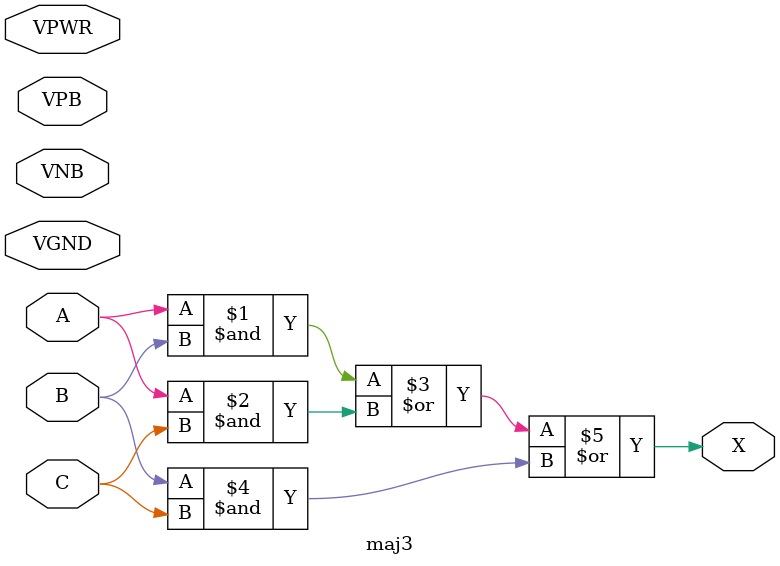
<source format=v>
module maj3_2 (
    input A,
    input B,
    input C,
    input VPWR,
    input VGND,
    input VPB,
    input VNB,
    output X
);

    wire majority;
    maj3 base (
        .X(majority),
        .A(A),
        .B(B),
        .C(C),
        .VPWR(VPWR),
        .VGND(VGND),
        .VPB(VPB),
        .VNB(VNB)
    );

    assign X = (majority == 1'b1) ? 1'b1 : 1'b0;

endmodule

module maj3 (
    output X,
    input A,
    input B,
    input C,
    input VPWR,
    input VGND,
    input VPB,
    input VNB
);

    assign X = (A & B) | (A & C) | (B & C);

endmodule
</source>
